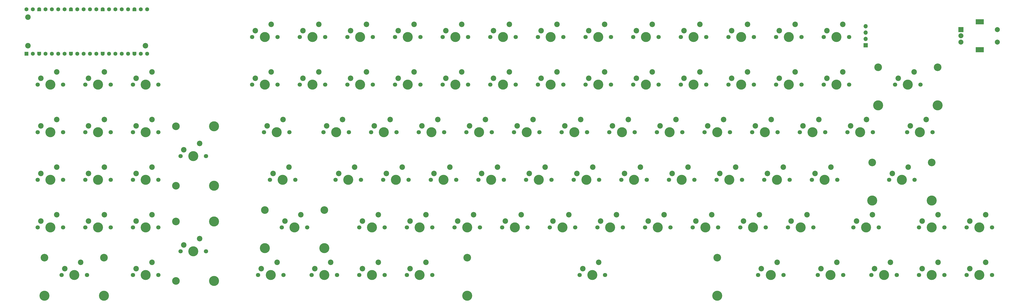
<source format=gbr>
%TF.GenerationSoftware,KiCad,Pcbnew,8.0.8*%
%TF.CreationDate,2025-04-09T15:43:05-07:00*%
%TF.ProjectId,hackboard,6861636b-626f-4617-9264-2e6b69636164,rev?*%
%TF.SameCoordinates,Original*%
%TF.FileFunction,Soldermask,Top*%
%TF.FilePolarity,Negative*%
%FSLAX46Y46*%
G04 Gerber Fmt 4.6, Leading zero omitted, Abs format (unit mm)*
G04 Created by KiCad (PCBNEW 8.0.8) date 2025-04-09 15:43:05*
%MOMM*%
%LPD*%
G01*
G04 APERTURE LIST*
G04 Aperture macros list*
%AMRoundRect*
0 Rectangle with rounded corners*
0 $1 Rounding radius*
0 $2 $3 $4 $5 $6 $7 $8 $9 X,Y pos of 4 corners*
0 Add a 4 corners polygon primitive as box body*
4,1,4,$2,$3,$4,$5,$6,$7,$8,$9,$2,$3,0*
0 Add four circle primitives for the rounded corners*
1,1,$1+$1,$2,$3*
1,1,$1+$1,$4,$5*
1,1,$1+$1,$6,$7*
1,1,$1+$1,$8,$9*
0 Add four rect primitives between the rounded corners*
20,1,$1+$1,$2,$3,$4,$5,0*
20,1,$1+$1,$4,$5,$6,$7,0*
20,1,$1+$1,$6,$7,$8,$9,0*
20,1,$1+$1,$8,$9,$2,$3,0*%
%AMFreePoly0*
4,1,28,0.605014,0.794986,0.644504,0.794986,0.724698,0.756366,0.780194,0.686777,0.800000,0.600000,0.800000,-0.600000,0.780194,-0.686777,0.724698,-0.756366,0.644504,-0.794986,0.605014,-0.794986,0.600000,-0.800000,0.000000,-0.800000,-0.178017,-0.779942,-0.347107,-0.720775,-0.498792,-0.625465,-0.625465,-0.498792,-0.720775,-0.347107,-0.779942,-0.178017,-0.800000,0.000000,-0.779942,0.178017,
-0.720775,0.347107,-0.625465,0.498792,-0.498792,0.625465,-0.347107,0.720775,-0.178017,0.779942,0.000000,0.800000,0.600000,0.800000,0.605014,0.794986,0.605014,0.794986,$1*%
%AMFreePoly1*
4,1,28,0.178017,0.779942,0.347107,0.720775,0.498792,0.625465,0.625465,0.498792,0.720775,0.347107,0.779942,0.178017,0.800000,0.000000,0.779942,-0.178017,0.720775,-0.347107,0.625465,-0.498792,0.498792,-0.625465,0.347107,-0.720775,0.178017,-0.779942,0.000000,-0.800000,-0.600000,-0.800000,-0.605014,-0.794986,-0.644504,-0.794986,-0.724698,-0.756366,-0.780194,-0.686777,-0.800000,-0.600000,
-0.800000,0.600000,-0.780194,0.686777,-0.724698,0.756366,-0.644504,0.794986,-0.605014,0.794986,-0.600000,0.800000,0.000000,0.800000,0.178017,0.779942,0.178017,0.779942,$1*%
G04 Aperture macros list end*
%ADD10C,1.700000*%
%ADD11C,4.000000*%
%ADD12C,2.200000*%
%ADD13R,1.700000X1.700000*%
%ADD14O,1.700000X1.700000*%
%ADD15C,3.050000*%
%ADD16RoundRect,0.200000X0.600000X-0.600000X0.600000X0.600000X-0.600000X0.600000X-0.600000X-0.600000X0*%
%ADD17C,1.600000*%
%ADD18FreePoly0,90.000000*%
%ADD19FreePoly1,90.000000*%
%ADD20R,2.000000X2.000000*%
%ADD21C,2.000000*%
%ADD22R,3.200000X2.000000*%
G04 APERTURE END LIST*
D10*
%TO.C,SW74*%
X304561875Y-165893750D03*
D11*
X309641875Y-165893750D03*
D10*
X314721875Y-165893750D03*
D12*
X312181875Y-160813750D03*
X305831875Y-163353750D03*
%TD*%
D10*
%TO.C,SW13*%
X337899375Y-89693750D03*
D11*
X342979375Y-89693750D03*
D10*
X348059375Y-89693750D03*
D12*
X345519375Y-84613750D03*
X339169375Y-87153750D03*
%TD*%
D10*
%TO.C,SW53*%
X199786875Y-146843750D03*
D11*
X204866875Y-146843750D03*
D10*
X209946875Y-146843750D03*
D12*
X207406875Y-141763750D03*
X201056875Y-144303750D03*
%TD*%
D10*
%TO.C,SW72*%
X266461875Y-165893750D03*
D11*
X271541875Y-165893750D03*
D10*
X276621875Y-165893750D03*
D12*
X274081875Y-160813750D03*
X267731875Y-163353750D03*
%TD*%
D10*
%TO.C,SW3*%
X99774375Y-108743750D03*
D11*
X104854375Y-108743750D03*
D10*
X109934375Y-108743750D03*
D12*
X107394375Y-103663750D03*
X101044375Y-106203750D03*
%TD*%
D10*
%TO.C,SW50*%
X118824375Y-146843750D03*
D11*
X123904375Y-146843750D03*
D10*
X128984375Y-146843750D03*
D12*
X126444375Y-141763750D03*
X120094375Y-144303750D03*
%TD*%
D10*
%TO.C,SW75*%
X323611875Y-165893750D03*
D11*
X328691875Y-165893750D03*
D10*
X333771875Y-165893750D03*
D12*
X331231875Y-160813750D03*
X324881875Y-163353750D03*
%TD*%
D10*
%TO.C,SW61*%
X352186875Y-146843750D03*
D11*
X357266875Y-146843750D03*
D10*
X362346875Y-146843750D03*
D12*
X359806875Y-141763750D03*
X353456875Y-144303750D03*
%TD*%
D10*
%TO.C,SW14*%
X356949375Y-89693750D03*
D11*
X362029375Y-89693750D03*
D10*
X367109375Y-89693750D03*
D12*
X364569375Y-84613750D03*
X358219375Y-87153750D03*
%TD*%
D10*
%TO.C,SW47*%
X404574375Y-127793750D03*
D11*
X409654375Y-127793750D03*
D10*
X414734375Y-127793750D03*
D12*
X412194375Y-122713750D03*
X405844375Y-125253750D03*
%TD*%
D10*
%TO.C,SW25*%
X280749375Y-108743750D03*
D11*
X285829375Y-108743750D03*
D10*
X290909375Y-108743750D03*
D12*
X288369375Y-103663750D03*
X282019375Y-106203750D03*
%TD*%
D10*
%TO.C,SW79*%
X406955625Y-165893750D03*
D11*
X412035625Y-165893750D03*
D10*
X417115625Y-165893750D03*
D12*
X414575625Y-160813750D03*
X408225625Y-163353750D03*
%TD*%
D13*
%TO.C,Brd1*%
X411803750Y-92991875D03*
D14*
X411803750Y-90451875D03*
X411803750Y-87911875D03*
X411803750Y-85371875D03*
%TD*%
D15*
%TO.C,SW32*%
X416804375Y-101743750D03*
D11*
X416804375Y-116983750D03*
D10*
X423624375Y-108743750D03*
D11*
X428704375Y-108743750D03*
D10*
X433784375Y-108743750D03*
D15*
X440604375Y-101743750D03*
D11*
X440604375Y-116983750D03*
D12*
X431244375Y-103663750D03*
X424894375Y-106203750D03*
%TD*%
D10*
%TO.C,SW90*%
X368855625Y-184943750D03*
D11*
X373935625Y-184943750D03*
D10*
X379015625Y-184943750D03*
D12*
X376475625Y-179863750D03*
X370125625Y-182403750D03*
%TD*%
D15*
%TO.C,SW68*%
X171535625Y-158893750D03*
D11*
X171535625Y-174133750D03*
D10*
X178355625Y-165893750D03*
D11*
X183435625Y-165893750D03*
D10*
X188515625Y-165893750D03*
D15*
X195335625Y-158893750D03*
D11*
X195335625Y-174133750D03*
D12*
X185975625Y-160813750D03*
X179625625Y-163353750D03*
%TD*%
D10*
%TO.C,SW49*%
X99774375Y-146843750D03*
D11*
X104854375Y-146843750D03*
D10*
X109934375Y-146843750D03*
D12*
X107394375Y-141763750D03*
X101044375Y-144303750D03*
%TD*%
D10*
%TO.C,SW11*%
X299799375Y-89693750D03*
D11*
X304879375Y-89693750D03*
D10*
X309959375Y-89693750D03*
D12*
X307419375Y-84613750D03*
X301069375Y-87153750D03*
%TD*%
D15*
%TO.C,SW81*%
X83429375Y-177943750D03*
D11*
X83429375Y-193183750D03*
D10*
X90249375Y-184943750D03*
D11*
X95329375Y-184943750D03*
D10*
X100409375Y-184943750D03*
D15*
X107229375Y-177943750D03*
D11*
X107229375Y-193183750D03*
D12*
X97869375Y-179863750D03*
X91519375Y-182403750D03*
%TD*%
D10*
%TO.C,SW58*%
X295036875Y-146843750D03*
D11*
X300116875Y-146843750D03*
D10*
X305196875Y-146843750D03*
D12*
X302656875Y-141763750D03*
X296306875Y-144303750D03*
%TD*%
D10*
%TO.C,SW56*%
X256936875Y-146843750D03*
D11*
X262016875Y-146843750D03*
D10*
X267096875Y-146843750D03*
D12*
X264556875Y-141763750D03*
X258206875Y-144303750D03*
%TD*%
D10*
%TO.C,SW80*%
X433149375Y-165893750D03*
D11*
X438229375Y-165893750D03*
D10*
X443309375Y-165893750D03*
D12*
X440769375Y-160813750D03*
X434419375Y-163353750D03*
%TD*%
D10*
%TO.C,SW7*%
X223599375Y-89693750D03*
D11*
X228679375Y-89693750D03*
D10*
X233759375Y-89693750D03*
D12*
X231219375Y-84613750D03*
X224869375Y-87153750D03*
%TD*%
D15*
%TO.C,SW51*%
X135954375Y-125418750D03*
X135954375Y-149218750D03*
D10*
X137874375Y-137318750D03*
D11*
X142954375Y-137318750D03*
D10*
X148034375Y-137318750D03*
D11*
X151194375Y-125418750D03*
X151194375Y-149218750D03*
D12*
X145494375Y-132238750D03*
X139144375Y-134778750D03*
%TD*%
D10*
%TO.C,SW54*%
X218836875Y-146843750D03*
D11*
X223916875Y-146843750D03*
D10*
X228996875Y-146843750D03*
D12*
X226456875Y-141763750D03*
X220106875Y-144303750D03*
%TD*%
D10*
%TO.C,SW30*%
X375999375Y-108743750D03*
D11*
X381079375Y-108743750D03*
D10*
X386159375Y-108743750D03*
D12*
X383619375Y-103663750D03*
X377269375Y-106203750D03*
%TD*%
D10*
%TO.C,SW40*%
X271224375Y-127793750D03*
D11*
X276304375Y-127793750D03*
D10*
X281384375Y-127793750D03*
D12*
X278844375Y-122713750D03*
X272494375Y-125253750D03*
%TD*%
D10*
%TO.C,SW27*%
X318849375Y-108743750D03*
D11*
X323929375Y-108743750D03*
D10*
X329009375Y-108743750D03*
D12*
X326469375Y-103663750D03*
X320119375Y-106203750D03*
%TD*%
D10*
%TO.C,SW83*%
X118824375Y-184943750D03*
D11*
X123904375Y-184943750D03*
D10*
X128984375Y-184943750D03*
D12*
X126444375Y-179863750D03*
X120094375Y-182403750D03*
%TD*%
D10*
%TO.C,SW38*%
X233124375Y-127793750D03*
D11*
X238204375Y-127793750D03*
D10*
X243284375Y-127793750D03*
D12*
X240744375Y-122713750D03*
X234394375Y-125253750D03*
%TD*%
D10*
%TO.C,SW85*%
X168830625Y-184943750D03*
D11*
X173910625Y-184943750D03*
D10*
X178990625Y-184943750D03*
D12*
X176450625Y-179863750D03*
X170100625Y-182403750D03*
%TD*%
D10*
%TO.C,SW8*%
X242649375Y-89693750D03*
D11*
X247729375Y-89693750D03*
D10*
X252809375Y-89693750D03*
D12*
X250269375Y-84613750D03*
X243919375Y-87153750D03*
%TD*%
D10*
%TO.C,SW93*%
X433149375Y-184943750D03*
D11*
X438229375Y-184943750D03*
D10*
X443309375Y-184943750D03*
D12*
X440769375Y-179863750D03*
X434419375Y-182403750D03*
%TD*%
D10*
%TO.C,SW22*%
X223599375Y-108743750D03*
D11*
X228679375Y-108743750D03*
D10*
X233759375Y-108743750D03*
D12*
X231219375Y-103663750D03*
X224869375Y-106203750D03*
%TD*%
D10*
%TO.C,SW62*%
X371236875Y-146843750D03*
D11*
X376316875Y-146843750D03*
D10*
X381396875Y-146843750D03*
D12*
X378856875Y-141763750D03*
X372506875Y-144303750D03*
%TD*%
D10*
%TO.C,SW67*%
X99774375Y-165893750D03*
D11*
X104854375Y-165893750D03*
D10*
X109934375Y-165893750D03*
D12*
X107394375Y-160813750D03*
X101044375Y-163353750D03*
%TD*%
D10*
%TO.C,SW59*%
X314086875Y-146843750D03*
D11*
X319166875Y-146843750D03*
D10*
X324246875Y-146843750D03*
D12*
X321706875Y-141763750D03*
X315356875Y-144303750D03*
%TD*%
D10*
%TO.C,SW44*%
X347424375Y-127793750D03*
D11*
X352504375Y-127793750D03*
D10*
X357584375Y-127793750D03*
D12*
X355044375Y-122713750D03*
X348694375Y-125253750D03*
%TD*%
D10*
%TO.C,SW37*%
X214074375Y-127793750D03*
D11*
X219154375Y-127793750D03*
D10*
X224234375Y-127793750D03*
D12*
X221694375Y-122713750D03*
X215344375Y-125253750D03*
%TD*%
D10*
%TO.C,SW26*%
X299799375Y-108743750D03*
D11*
X304879375Y-108743750D03*
D10*
X309959375Y-108743750D03*
D12*
X307419375Y-103663750D03*
X301069375Y-106203750D03*
%TD*%
D10*
%TO.C,SW94*%
X452199375Y-184943750D03*
D11*
X457279375Y-184943750D03*
D10*
X462359375Y-184943750D03*
D12*
X459819375Y-179863750D03*
X453469375Y-182403750D03*
%TD*%
D10*
%TO.C,SW55*%
X237886875Y-146843750D03*
D11*
X242966875Y-146843750D03*
D10*
X248046875Y-146843750D03*
D12*
X245506875Y-141763750D03*
X239156875Y-144303750D03*
%TD*%
D16*
%TO.C,U1*%
X76180000Y-96330000D03*
D17*
X78720000Y-96330000D03*
D18*
X81260000Y-96330000D03*
D17*
X83800000Y-96330000D03*
X86340000Y-96330000D03*
X88880000Y-96330000D03*
X91420000Y-96330000D03*
D18*
X93960000Y-96330000D03*
D17*
X96500000Y-96330000D03*
X99040000Y-96330000D03*
X101580000Y-96330000D03*
X104120000Y-96330000D03*
D18*
X106660000Y-96330000D03*
D17*
X109200000Y-96330000D03*
X111740000Y-96330000D03*
X114280000Y-96330000D03*
X116820000Y-96330000D03*
D18*
X119360000Y-96330000D03*
D17*
X121900000Y-96330000D03*
X124440000Y-96330000D03*
X124440000Y-78550000D03*
X121900000Y-78550000D03*
D19*
X119360000Y-78550000D03*
D17*
X116820000Y-78550000D03*
X114280000Y-78550000D03*
X111740000Y-78550000D03*
X109200000Y-78550000D03*
D19*
X106660000Y-78550000D03*
D17*
X104120000Y-78550000D03*
X101580000Y-78550000D03*
X99040000Y-78550000D03*
X96500000Y-78550000D03*
D19*
X93960000Y-78550000D03*
D17*
X91420000Y-78550000D03*
X88880000Y-78550000D03*
X86340000Y-78550000D03*
X83800000Y-78550000D03*
D19*
X81260000Y-78550000D03*
D17*
X78720000Y-78550000D03*
X76180000Y-78550000D03*
%TD*%
D12*
%TO.C,H2*%
X76810000Y-93130000D03*
%TD*%
D10*
%TO.C,SW63*%
X390286875Y-146843750D03*
D11*
X395366875Y-146843750D03*
D10*
X400446875Y-146843750D03*
D12*
X397906875Y-141763750D03*
X391556875Y-144303750D03*
%TD*%
D10*
%TO.C,SW9*%
X261699375Y-89693750D03*
D11*
X266779375Y-89693750D03*
D10*
X271859375Y-89693750D03*
D12*
X269319375Y-84613750D03*
X262969375Y-87153750D03*
%TD*%
D10*
%TO.C,SW5*%
X185499375Y-89693750D03*
D11*
X190579375Y-89693750D03*
D10*
X195659375Y-89693750D03*
D12*
X193119375Y-84613750D03*
X186769375Y-87153750D03*
%TD*%
D10*
%TO.C,SW2*%
X80724375Y-108743750D03*
D11*
X85804375Y-108743750D03*
D10*
X90884375Y-108743750D03*
D12*
X88344375Y-103663750D03*
X81994375Y-106203750D03*
%TD*%
D15*
%TO.C,SW84*%
X135954375Y-163518750D03*
X135954375Y-187318750D03*
D10*
X137874375Y-175418750D03*
D11*
X142954375Y-175418750D03*
D10*
X148034375Y-175418750D03*
D11*
X151194375Y-163518750D03*
X151194375Y-187318750D03*
D12*
X145494375Y-170338750D03*
X139144375Y-172878750D03*
%TD*%
D10*
%TO.C,SW18*%
X118824375Y-127793750D03*
D11*
X123904375Y-127793750D03*
D10*
X128984375Y-127793750D03*
D12*
X126444375Y-122713750D03*
X120094375Y-125253750D03*
%TD*%
D10*
%TO.C,SW41*%
X290274375Y-127793750D03*
D11*
X295354375Y-127793750D03*
D10*
X300434375Y-127793750D03*
D12*
X297894375Y-122713750D03*
X291544375Y-125253750D03*
%TD*%
D10*
%TO.C,SW21*%
X204549375Y-108743750D03*
D11*
X209629375Y-108743750D03*
D10*
X214709375Y-108743750D03*
D12*
X212169375Y-103663750D03*
X205819375Y-106203750D03*
%TD*%
D10*
%TO.C,SW28*%
X337899375Y-108743750D03*
D11*
X342979375Y-108743750D03*
D10*
X348059375Y-108743750D03*
D12*
X345519375Y-103663750D03*
X339169375Y-106203750D03*
%TD*%
D10*
%TO.C,SW45*%
X366474375Y-127793750D03*
D11*
X371554375Y-127793750D03*
D10*
X376634375Y-127793750D03*
D12*
X374094375Y-122713750D03*
X367744375Y-125253750D03*
%TD*%
D10*
%TO.C,SW6*%
X204549375Y-89693750D03*
D11*
X209629375Y-89693750D03*
D10*
X214709375Y-89693750D03*
D12*
X212169375Y-84613750D03*
X205819375Y-87153750D03*
%TD*%
D10*
%TO.C,SW91*%
X392668125Y-184943750D03*
D11*
X397748125Y-184943750D03*
D10*
X402828125Y-184943750D03*
D12*
X400288125Y-179863750D03*
X393938125Y-182403750D03*
%TD*%
D10*
%TO.C,SW92*%
X414099375Y-184943750D03*
D11*
X419179375Y-184943750D03*
D10*
X424259375Y-184943750D03*
D12*
X421719375Y-179863750D03*
X415369375Y-182403750D03*
%TD*%
D10*
%TO.C,SW73*%
X285511875Y-165893750D03*
D11*
X290591875Y-165893750D03*
D10*
X295671875Y-165893750D03*
D12*
X293131875Y-160813750D03*
X286781875Y-163353750D03*
%TD*%
D10*
%TO.C,SW29*%
X356949375Y-108743750D03*
D11*
X362029375Y-108743750D03*
D10*
X367109375Y-108743750D03*
D12*
X364569375Y-103663750D03*
X358219375Y-106203750D03*
%TD*%
D20*
%TO.C,SW1*%
X449950000Y-86678125D03*
D21*
X449950000Y-91678125D03*
X449950000Y-89178125D03*
D22*
X457450000Y-83578125D03*
X457450000Y-94778125D03*
D21*
X464450000Y-91678125D03*
X464450000Y-86678125D03*
%TD*%
D10*
%TO.C,SW88*%
X228361875Y-184943750D03*
D11*
X233441875Y-184943750D03*
D10*
X238521875Y-184943750D03*
D12*
X235981875Y-179863750D03*
X229631875Y-182403750D03*
%TD*%
D15*
%TO.C,SW89*%
X252498125Y-177943750D03*
D11*
X252498125Y-193183750D03*
D10*
X297418125Y-184943750D03*
D11*
X302498125Y-184943750D03*
D10*
X307578125Y-184943750D03*
D15*
X352498125Y-177943750D03*
D11*
X352498125Y-193183750D03*
D12*
X305038125Y-179863750D03*
X298688125Y-182403750D03*
%TD*%
D10*
%TO.C,SW82*%
X118824375Y-165893750D03*
D11*
X123904375Y-165893750D03*
D10*
X128984375Y-165893750D03*
D12*
X126444375Y-160813750D03*
X120094375Y-163353750D03*
%TD*%
D10*
%TO.C,SW12*%
X318849375Y-89693750D03*
D11*
X323929375Y-89693750D03*
D10*
X329009375Y-89693750D03*
D12*
X326469375Y-84613750D03*
X320119375Y-87153750D03*
%TD*%
D10*
%TO.C,SW24*%
X261699375Y-108743750D03*
D11*
X266779375Y-108743750D03*
D10*
X271859375Y-108743750D03*
D12*
X269319375Y-103663750D03*
X262969375Y-106203750D03*
%TD*%
%TO.C,H3*%
X123810000Y-93130000D03*
%TD*%
D10*
%TO.C,SW52*%
X173593125Y-146843750D03*
D11*
X178673125Y-146843750D03*
D10*
X183753125Y-146843750D03*
D12*
X181213125Y-141763750D03*
X174863125Y-144303750D03*
%TD*%
D10*
%TO.C,SW15*%
X375999375Y-89693750D03*
D11*
X381079375Y-89693750D03*
D10*
X386159375Y-89693750D03*
D12*
X383619375Y-84613750D03*
X377269375Y-87153750D03*
%TD*%
D10*
%TO.C,SW23*%
X242649375Y-108743750D03*
D11*
X247729375Y-108743750D03*
D10*
X252809375Y-108743750D03*
D12*
X250269375Y-103663750D03*
X243919375Y-106203750D03*
%TD*%
D10*
%TO.C,SW4*%
X166449375Y-89693750D03*
D11*
X171529375Y-89693750D03*
D10*
X176609375Y-89693750D03*
D12*
X174069375Y-84613750D03*
X167719375Y-87153750D03*
%TD*%
D10*
%TO.C,SW19*%
X166449375Y-108743750D03*
D11*
X171529375Y-108743750D03*
D10*
X176609375Y-108743750D03*
D12*
X174069375Y-103663750D03*
X167719375Y-106203750D03*
%TD*%
D10*
%TO.C,SW46*%
X385524375Y-127793750D03*
D11*
X390604375Y-127793750D03*
D10*
X395684375Y-127793750D03*
D12*
X393144375Y-122713750D03*
X386794375Y-125253750D03*
%TD*%
D10*
%TO.C,SW16*%
X395049370Y-89693750D03*
D11*
X400129370Y-89693750D03*
D10*
X405209370Y-89693750D03*
D12*
X402669370Y-84613750D03*
X396319370Y-87153750D03*
%TD*%
D10*
%TO.C,SW65*%
X80724375Y-146843750D03*
D11*
X85804375Y-146843750D03*
D10*
X90884375Y-146843750D03*
D12*
X88344375Y-141763750D03*
X81994375Y-144303750D03*
%TD*%
D10*
%TO.C,SW48*%
X428386875Y-127793750D03*
D11*
X433466875Y-127793750D03*
D10*
X438546875Y-127793750D03*
D12*
X436006875Y-122713750D03*
X429656875Y-125253750D03*
%TD*%
D10*
%TO.C,SW43*%
X328374375Y-127793750D03*
D11*
X333454375Y-127793750D03*
D10*
X338534375Y-127793750D03*
D12*
X335994375Y-122713750D03*
X329644375Y-125253750D03*
%TD*%
D10*
%TO.C,SW70*%
X228361875Y-165893750D03*
D11*
X233441875Y-165893750D03*
D10*
X238521875Y-165893750D03*
D12*
X235981875Y-160813750D03*
X229631875Y-163353750D03*
%TD*%
D10*
%TO.C,SW57*%
X275986875Y-146843750D03*
D11*
X281066875Y-146843750D03*
D10*
X286146875Y-146843750D03*
D12*
X283606875Y-141763750D03*
X277256875Y-144303750D03*
%TD*%
D10*
%TO.C,SW35*%
X171211875Y-127793750D03*
D11*
X176291875Y-127793750D03*
D10*
X181371875Y-127793750D03*
D12*
X178831875Y-122713750D03*
X172481875Y-125253750D03*
%TD*%
D10*
%TO.C,SW34*%
X99774375Y-127793750D03*
D11*
X104854375Y-127793750D03*
D10*
X109934375Y-127793750D03*
D12*
X107394375Y-122713750D03*
X101044375Y-125253750D03*
%TD*%
D10*
%TO.C,SW77*%
X361711875Y-165893750D03*
D11*
X366791875Y-165893750D03*
D10*
X371871875Y-165893750D03*
D12*
X369331875Y-160813750D03*
X362981875Y-163353750D03*
%TD*%
D10*
%TO.C,SW10*%
X280749375Y-89693750D03*
D11*
X285829375Y-89693750D03*
D10*
X290909375Y-89693750D03*
D12*
X288369375Y-84613750D03*
X282019375Y-87153750D03*
%TD*%
D10*
%TO.C,SW71*%
X247411875Y-165893750D03*
D11*
X252491875Y-165893750D03*
D10*
X257571875Y-165893750D03*
D12*
X255031875Y-160813750D03*
X248681875Y-163353750D03*
%TD*%
D15*
%TO.C,SW64*%
X414423125Y-139843750D03*
D11*
X414423125Y-155083750D03*
D10*
X421243125Y-146843750D03*
D11*
X426323125Y-146843750D03*
D10*
X431403125Y-146843750D03*
D15*
X438223125Y-139843750D03*
D11*
X438223125Y-155083750D03*
D12*
X428863125Y-141763750D03*
X422513125Y-144303750D03*
%TD*%
D10*
%TO.C,SW66*%
X80724375Y-165893750D03*
D11*
X85804375Y-165893750D03*
D10*
X90884375Y-165893750D03*
D12*
X88344375Y-160813750D03*
X81994375Y-163353750D03*
%TD*%
%TO.C,H1*%
X76810000Y-81730000D03*
%TD*%
D10*
%TO.C,SW33*%
X80724375Y-127793750D03*
D11*
X85804375Y-127793750D03*
D10*
X90884375Y-127793750D03*
D12*
X88344375Y-122713750D03*
X81994375Y-125253750D03*
%TD*%
D10*
%TO.C,SW39*%
X252174375Y-127793750D03*
D11*
X257254375Y-127793750D03*
D10*
X262334375Y-127793750D03*
D12*
X259794375Y-122713750D03*
X253444375Y-125253750D03*
%TD*%
D10*
%TO.C,SW36*%
X195024375Y-127793750D03*
D11*
X200104375Y-127793750D03*
D10*
X205184375Y-127793750D03*
D12*
X202644375Y-122713750D03*
X196294375Y-125253750D03*
%TD*%
D10*
%TO.C,SW42*%
X309324375Y-127793750D03*
D11*
X314404375Y-127793750D03*
D10*
X319484375Y-127793750D03*
D12*
X316944375Y-122713750D03*
X310594375Y-125253750D03*
%TD*%
D10*
%TO.C,SW20*%
X185499375Y-108743750D03*
D11*
X190579375Y-108743750D03*
D10*
X195659375Y-108743750D03*
D12*
X193119375Y-103663750D03*
X186769375Y-106203750D03*
%TD*%
D10*
%TO.C,SW76*%
X342661875Y-165893750D03*
D11*
X347741875Y-165893750D03*
D10*
X352821875Y-165893750D03*
D12*
X350281875Y-160813750D03*
X343931875Y-163353750D03*
%TD*%
D10*
%TO.C,SW86*%
X190261875Y-184943750D03*
D11*
X195341875Y-184943750D03*
D10*
X200421875Y-184943750D03*
D12*
X197881875Y-179863750D03*
X191531875Y-182403750D03*
%TD*%
D10*
%TO.C,SW69*%
X209311875Y-165893750D03*
D11*
X214391875Y-165893750D03*
D10*
X219471875Y-165893750D03*
D12*
X216931875Y-160813750D03*
X210581875Y-163353750D03*
%TD*%
D10*
%TO.C,SW87*%
X209311875Y-184943750D03*
D11*
X214391875Y-184943750D03*
D10*
X219471875Y-184943750D03*
D12*
X216931875Y-179863750D03*
X210581875Y-182403750D03*
%TD*%
D10*
%TO.C,SW17*%
X118824375Y-108743750D03*
D11*
X123904375Y-108743750D03*
D10*
X128984375Y-108743750D03*
D12*
X126444375Y-103663750D03*
X120094375Y-106203750D03*
%TD*%
D10*
%TO.C,SW95*%
X452199375Y-165893750D03*
D11*
X457279375Y-165893750D03*
D10*
X462359375Y-165893750D03*
D12*
X459819375Y-160813750D03*
X453469375Y-163353750D03*
%TD*%
D10*
%TO.C,SW60*%
X333136875Y-146843750D03*
D11*
X338216875Y-146843750D03*
D10*
X343296875Y-146843750D03*
D12*
X340756875Y-141763750D03*
X334406875Y-144303750D03*
%TD*%
D10*
%TO.C,SW78*%
X380761875Y-165893750D03*
D11*
X385841875Y-165893750D03*
D10*
X390921875Y-165893750D03*
D12*
X388381875Y-160813750D03*
X382031875Y-163353750D03*
%TD*%
D10*
%TO.C,SW31*%
X395049375Y-108743750D03*
D11*
X400129375Y-108743750D03*
D10*
X405209375Y-108743750D03*
D12*
X402669375Y-103663750D03*
X396319375Y-106203750D03*
%TD*%
M02*

</source>
